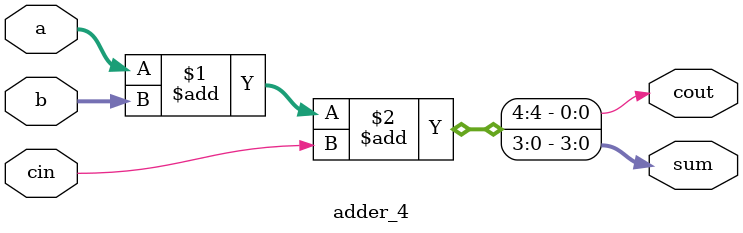
<source format=v>

module adder_4(cout, sum, a, b, cin);
output cout;
output [3:0] sum; 	 // sum uses the size parameter
input cin;
input [3:0] a, b;  // 'a' and 'b' use the size parameter

assign {cout, sum} = a + b + cin;

endmodule










</source>
